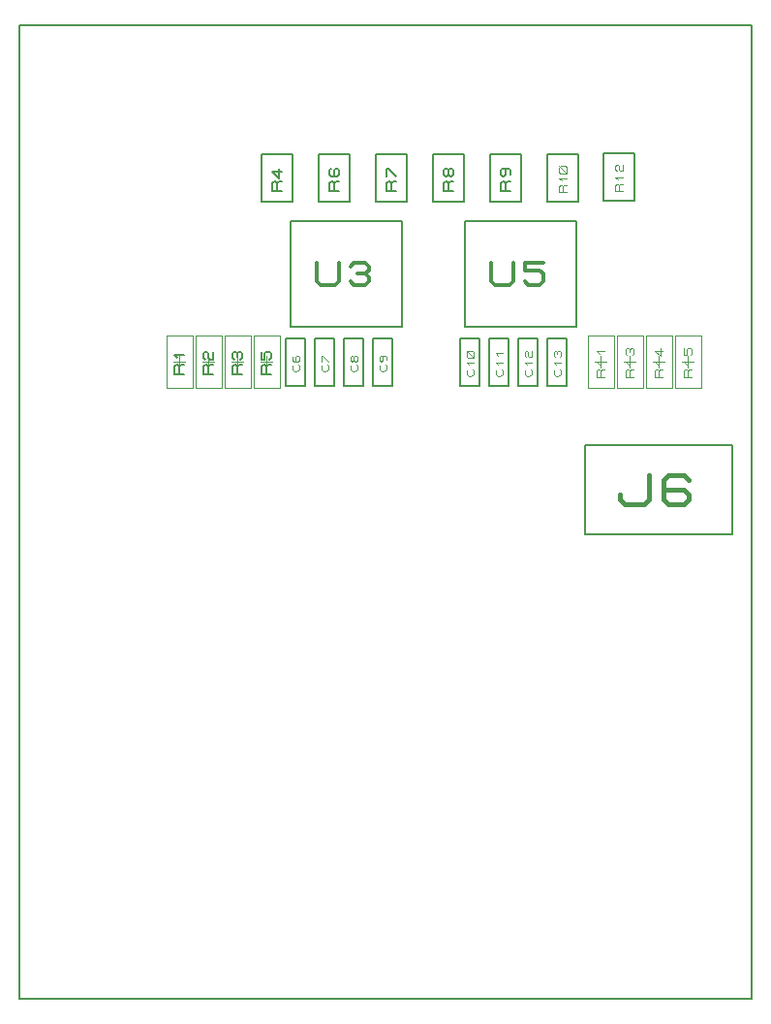
<source format=gbr>
G04 PROTEUS GERBER X2 FILE*
%TF.GenerationSoftware,Labcenter,Proteus,8.5-SP1-Build22252*%
%TF.CreationDate,2016-12-17T22:17:43+00:00*%
%TF.FileFunction,AssemblyDrawing,Top*%
%TF.FilePolarity,Positive*%
%TF.Part,Single*%
%FSLAX45Y45*%
%MOMM*%
G01*
%TA.AperFunction,Material*%
%ADD19C,0.203200*%
%ADD29C,0.325120*%
%ADD72C,0.138850*%
%ADD73C,0.104140*%
%ADD30C,0.100580*%
%ADD31C,0.050000*%
%ADD32C,0.141000*%
%ADD33C,0.116250*%
%ADD34C,0.430100*%
%TA.AperFunction,Profile*%
%ADD17C,0.203200*%
D19*
X-12870180Y+10058400D02*
X-11894820Y+10058400D01*
X-11894820Y+10985500D01*
X-12870180Y+10985500D01*
X-12870180Y+10058400D01*
D29*
X-12642596Y+10619486D02*
X-12642596Y+10456926D01*
X-12610084Y+10424414D01*
X-12480036Y+10424414D01*
X-12447524Y+10456926D01*
X-12447524Y+10619486D01*
X-12349988Y+10586974D02*
X-12317476Y+10619486D01*
X-12219940Y+10619486D01*
X-12187428Y+10586974D01*
X-12187428Y+10554462D01*
X-12219940Y+10521950D01*
X-12187428Y+10489438D01*
X-12187428Y+10456926D01*
X-12219940Y+10424414D01*
X-12317476Y+10424414D01*
X-12349988Y+10456926D01*
X-12284964Y+10521950D02*
X-12219940Y+10521950D01*
D19*
X-11346180Y+10058400D02*
X-10370820Y+10058400D01*
X-10370820Y+10985500D01*
X-11346180Y+10985500D01*
X-11346180Y+10058400D01*
D29*
X-11118596Y+10619486D02*
X-11118596Y+10456926D01*
X-11086084Y+10424414D01*
X-10956036Y+10424414D01*
X-10923524Y+10456926D01*
X-10923524Y+10619486D01*
X-10663428Y+10619486D02*
X-10825988Y+10619486D01*
X-10825988Y+10554462D01*
X-10695940Y+10554462D01*
X-10663428Y+10521950D01*
X-10663428Y+10456926D01*
X-10695940Y+10424414D01*
X-10793476Y+10424414D01*
X-10825988Y+10456926D01*
D19*
X-13127160Y+11149200D02*
X-12852840Y+11149200D01*
X-12852840Y+11565760D01*
X-13127160Y+11565760D01*
X-13127160Y+11149200D01*
D72*
X-12948344Y+11246398D02*
X-13031656Y+11246398D01*
X-13031656Y+11315824D01*
X-13017771Y+11329709D01*
X-13003885Y+11329709D01*
X-12990000Y+11315824D01*
X-12990000Y+11246398D01*
X-12990000Y+11315824D02*
X-12976115Y+11329709D01*
X-12948344Y+11329709D01*
X-12976115Y+11440791D02*
X-12976115Y+11357480D01*
X-13031656Y+11413021D01*
X-12948344Y+11413021D01*
D19*
X-12627160Y+11149200D02*
X-12352840Y+11149200D01*
X-12352840Y+11565760D01*
X-12627160Y+11565760D01*
X-12627160Y+11149200D01*
D72*
X-12448344Y+11246398D02*
X-12531656Y+11246398D01*
X-12531656Y+11315824D01*
X-12517771Y+11329709D01*
X-12503885Y+11329709D01*
X-12490000Y+11315824D01*
X-12490000Y+11246398D01*
X-12490000Y+11315824D02*
X-12476115Y+11329709D01*
X-12448344Y+11329709D01*
X-12517771Y+11440791D02*
X-12531656Y+11426906D01*
X-12531656Y+11385250D01*
X-12517771Y+11371365D01*
X-12462229Y+11371365D01*
X-12448344Y+11385250D01*
X-12448344Y+11426906D01*
X-12462229Y+11440791D01*
X-12476115Y+11440791D01*
X-12490000Y+11426906D01*
X-12490000Y+11371365D01*
D19*
X-12127160Y+11149200D02*
X-11852840Y+11149200D01*
X-11852840Y+11565760D01*
X-12127160Y+11565760D01*
X-12127160Y+11149200D01*
D72*
X-11948344Y+11246398D02*
X-12031656Y+11246398D01*
X-12031656Y+11315824D01*
X-12017771Y+11329709D01*
X-12003885Y+11329709D01*
X-11990000Y+11315824D01*
X-11990000Y+11246398D01*
X-11990000Y+11315824D02*
X-11976115Y+11329709D01*
X-11948344Y+11329709D01*
X-12031656Y+11371365D02*
X-12031656Y+11440791D01*
X-12017771Y+11440791D01*
X-11948344Y+11371365D01*
D19*
X-11627160Y+11149200D02*
X-11352840Y+11149200D01*
X-11352840Y+11565760D01*
X-11627160Y+11565760D01*
X-11627160Y+11149200D01*
D72*
X-11448344Y+11246398D02*
X-11531656Y+11246398D01*
X-11531656Y+11315824D01*
X-11517771Y+11329709D01*
X-11503885Y+11329709D01*
X-11490000Y+11315824D01*
X-11490000Y+11246398D01*
X-11490000Y+11315824D02*
X-11476115Y+11329709D01*
X-11448344Y+11329709D01*
X-11490000Y+11385250D02*
X-11503885Y+11371365D01*
X-11517771Y+11371365D01*
X-11531656Y+11385250D01*
X-11531656Y+11426906D01*
X-11517771Y+11440791D01*
X-11503885Y+11440791D01*
X-11490000Y+11426906D01*
X-11490000Y+11385250D01*
X-11476115Y+11371365D01*
X-11462229Y+11371365D01*
X-11448344Y+11385250D01*
X-11448344Y+11426906D01*
X-11462229Y+11440791D01*
X-11476115Y+11440791D01*
X-11490000Y+11426906D01*
D19*
X-11127160Y+11149200D02*
X-10852840Y+11149200D01*
X-10852840Y+11565760D01*
X-11127160Y+11565760D01*
X-11127160Y+11149200D01*
D72*
X-10948344Y+11246398D02*
X-11031656Y+11246398D01*
X-11031656Y+11315824D01*
X-11017771Y+11329709D01*
X-11003885Y+11329709D01*
X-10990000Y+11315824D01*
X-10990000Y+11246398D01*
X-10990000Y+11315824D02*
X-10976115Y+11329709D01*
X-10948344Y+11329709D01*
X-11003885Y+11440791D02*
X-10990000Y+11426906D01*
X-10990000Y+11385250D01*
X-11003885Y+11371365D01*
X-11017771Y+11371365D01*
X-11031656Y+11385250D01*
X-11031656Y+11426906D01*
X-11017771Y+11440791D01*
X-10962229Y+11440791D01*
X-10948344Y+11426906D01*
X-10948344Y+11385250D01*
D19*
X-10627160Y+11149200D02*
X-10352840Y+11149200D01*
X-10352840Y+11565760D01*
X-10627160Y+11565760D01*
X-10627160Y+11149200D01*
D73*
X-10458758Y+11232512D02*
X-10521242Y+11232512D01*
X-10521242Y+11284582D01*
X-10510828Y+11294996D01*
X-10500414Y+11294996D01*
X-10490000Y+11284582D01*
X-10490000Y+11232512D01*
X-10490000Y+11284582D02*
X-10479586Y+11294996D01*
X-10458758Y+11294996D01*
X-10500414Y+11336652D02*
X-10521242Y+11357480D01*
X-10458758Y+11357480D01*
X-10469172Y+11399136D02*
X-10510828Y+11399136D01*
X-10521242Y+11409550D01*
X-10521242Y+11451206D01*
X-10510828Y+11461620D01*
X-10469172Y+11461620D01*
X-10458758Y+11451206D01*
X-10458758Y+11409550D01*
X-10469172Y+11399136D01*
X-10458758Y+11399136D02*
X-10521242Y+11461620D01*
D19*
X-10136660Y+11158700D02*
X-9862340Y+11158700D01*
X-9862340Y+11575260D01*
X-10136660Y+11575260D01*
X-10136660Y+11158700D01*
D73*
X-9968258Y+11242012D02*
X-10030742Y+11242012D01*
X-10030742Y+11294082D01*
X-10020328Y+11304496D01*
X-10009914Y+11304496D01*
X-9999500Y+11294082D01*
X-9999500Y+11242012D01*
X-9999500Y+11294082D02*
X-9989086Y+11304496D01*
X-9968258Y+11304496D01*
X-10009914Y+11346152D02*
X-10030742Y+11366980D01*
X-9968258Y+11366980D01*
X-10020328Y+11419050D02*
X-10030742Y+11429464D01*
X-10030742Y+11460706D01*
X-10020328Y+11471120D01*
X-10009914Y+11471120D01*
X-9999500Y+11460706D01*
X-9999500Y+11429464D01*
X-9989086Y+11419050D01*
X-9968258Y+11419050D01*
X-9968258Y+11471120D01*
D19*
X-10624820Y+9540240D02*
X-10457180Y+9540240D01*
X-10457180Y+9956800D01*
X-10624820Y+9956800D01*
X-10624820Y+9540240D01*
D30*
X-10520883Y+9688170D02*
X-10510824Y+9678111D01*
X-10510824Y+9647936D01*
X-10530941Y+9627820D01*
X-10551058Y+9627820D01*
X-10571175Y+9647936D01*
X-10571175Y+9678111D01*
X-10561116Y+9688170D01*
X-10551058Y+9728403D02*
X-10571175Y+9748520D01*
X-10510824Y+9748520D01*
X-10561116Y+9798812D02*
X-10571175Y+9808870D01*
X-10571175Y+9839045D01*
X-10561116Y+9849104D01*
X-10551058Y+9849104D01*
X-10541000Y+9839045D01*
X-10530941Y+9849104D01*
X-10520883Y+9849104D01*
X-10510824Y+9839045D01*
X-10510824Y+9808870D01*
X-10520883Y+9798812D01*
X-10541000Y+9818929D02*
X-10541000Y+9839045D01*
D19*
X-10878820Y+9540240D02*
X-10711180Y+9540240D01*
X-10711180Y+9956800D01*
X-10878820Y+9956800D01*
X-10878820Y+9540240D01*
D30*
X-10774883Y+9688170D02*
X-10764824Y+9678111D01*
X-10764824Y+9647936D01*
X-10784941Y+9627820D01*
X-10805058Y+9627820D01*
X-10825175Y+9647936D01*
X-10825175Y+9678111D01*
X-10815116Y+9688170D01*
X-10805058Y+9728403D02*
X-10825175Y+9748520D01*
X-10764824Y+9748520D01*
X-10815116Y+9798812D02*
X-10825175Y+9808870D01*
X-10825175Y+9839045D01*
X-10815116Y+9849104D01*
X-10805058Y+9849104D01*
X-10795000Y+9839045D01*
X-10795000Y+9808870D01*
X-10784941Y+9798812D01*
X-10764824Y+9798812D01*
X-10764824Y+9849104D01*
D19*
X-11132820Y+9540240D02*
X-10965180Y+9540240D01*
X-10965180Y+9956800D01*
X-11132820Y+9956800D01*
X-11132820Y+9540240D01*
D30*
X-11028883Y+9688170D02*
X-11018824Y+9678111D01*
X-11018824Y+9647936D01*
X-11038941Y+9627820D01*
X-11059058Y+9627820D01*
X-11079175Y+9647936D01*
X-11079175Y+9678111D01*
X-11069116Y+9688170D01*
X-11059058Y+9728403D02*
X-11079175Y+9748520D01*
X-11018824Y+9748520D01*
X-11059058Y+9808870D02*
X-11079175Y+9828987D01*
X-11018824Y+9828987D01*
D19*
X-11386820Y+9540240D02*
X-11219180Y+9540240D01*
X-11219180Y+9956800D01*
X-11386820Y+9956800D01*
X-11386820Y+9540240D01*
D30*
X-11282883Y+9688170D02*
X-11272824Y+9678111D01*
X-11272824Y+9647936D01*
X-11292941Y+9627820D01*
X-11313058Y+9627820D01*
X-11333175Y+9647936D01*
X-11333175Y+9678111D01*
X-11323116Y+9688170D01*
X-11313058Y+9728403D02*
X-11333175Y+9748520D01*
X-11272824Y+9748520D01*
X-11282883Y+9788754D02*
X-11323116Y+9788754D01*
X-11333175Y+9798812D01*
X-11333175Y+9839045D01*
X-11323116Y+9849104D01*
X-11282883Y+9849104D01*
X-11272824Y+9839045D01*
X-11272824Y+9798812D01*
X-11282883Y+9788754D01*
X-11272824Y+9788754D02*
X-11333175Y+9849104D01*
D19*
X-12402820Y+9540240D02*
X-12235180Y+9540240D01*
X-12235180Y+9956800D01*
X-12402820Y+9956800D01*
X-12402820Y+9540240D01*
D30*
X-12298883Y+9728403D02*
X-12288824Y+9718344D01*
X-12288824Y+9688169D01*
X-12308941Y+9668053D01*
X-12329058Y+9668053D01*
X-12349175Y+9688169D01*
X-12349175Y+9718344D01*
X-12339116Y+9728403D01*
X-12319000Y+9768636D02*
X-12329058Y+9758578D01*
X-12339116Y+9758578D01*
X-12349175Y+9768636D01*
X-12349175Y+9798811D01*
X-12339116Y+9808870D01*
X-12329058Y+9808870D01*
X-12319000Y+9798811D01*
X-12319000Y+9768636D01*
X-12308941Y+9758578D01*
X-12298883Y+9758578D01*
X-12288824Y+9768636D01*
X-12288824Y+9798811D01*
X-12298883Y+9808870D01*
X-12308941Y+9808870D01*
X-12319000Y+9798811D01*
D19*
X-12656820Y+9540240D02*
X-12489180Y+9540240D01*
X-12489180Y+9956800D01*
X-12656820Y+9956800D01*
X-12656820Y+9540240D01*
D30*
X-12552883Y+9728403D02*
X-12542824Y+9718344D01*
X-12542824Y+9688169D01*
X-12562941Y+9668053D01*
X-12583058Y+9668053D01*
X-12603175Y+9688169D01*
X-12603175Y+9718344D01*
X-12593116Y+9728403D01*
X-12603175Y+9758578D02*
X-12603175Y+9808870D01*
X-12593116Y+9808870D01*
X-12542824Y+9758578D01*
D19*
X-12910820Y+9540240D02*
X-12743180Y+9540240D01*
X-12743180Y+9956800D01*
X-12910820Y+9956800D01*
X-12910820Y+9540240D01*
D30*
X-12806883Y+9728403D02*
X-12796824Y+9718344D01*
X-12796824Y+9688169D01*
X-12816941Y+9668053D01*
X-12837058Y+9668053D01*
X-12857175Y+9688169D01*
X-12857175Y+9718344D01*
X-12847116Y+9728403D01*
X-12847116Y+9808870D02*
X-12857175Y+9798811D01*
X-12857175Y+9768636D01*
X-12847116Y+9758578D01*
X-12806883Y+9758578D01*
X-12796824Y+9768636D01*
X-12796824Y+9798811D01*
X-12806883Y+9808870D01*
X-12816941Y+9808870D01*
X-12827000Y+9798811D01*
X-12827000Y+9758578D01*
D31*
X-13196000Y+9986000D02*
X-13196000Y+9526000D01*
X-12966000Y+9526000D01*
X-12966000Y+9986000D01*
X-13196000Y+9986000D01*
X-13031000Y+9756000D02*
X-13131000Y+9756000D01*
X-13081000Y+9706000D02*
X-13081000Y+9806000D01*
D32*
X-13038700Y+9643200D02*
X-13123300Y+9643200D01*
X-13123300Y+9713700D01*
X-13109200Y+9727800D01*
X-13095100Y+9727800D01*
X-13081000Y+9713700D01*
X-13081000Y+9643200D01*
X-13081000Y+9713700D02*
X-13066900Y+9727800D01*
X-13038700Y+9727800D01*
X-13123300Y+9840600D02*
X-13123300Y+9770100D01*
X-13095100Y+9770100D01*
X-13095100Y+9826500D01*
X-13081000Y+9840600D01*
X-13052800Y+9840600D01*
X-13038700Y+9826500D01*
X-13038700Y+9784200D01*
X-13052800Y+9770100D01*
D31*
X-13450000Y+9986000D02*
X-13450000Y+9526000D01*
X-13220000Y+9526000D01*
X-13220000Y+9986000D01*
X-13450000Y+9986000D01*
X-13285000Y+9756000D02*
X-13385000Y+9756000D01*
X-13335000Y+9706000D02*
X-13335000Y+9806000D01*
D32*
X-13292700Y+9643200D02*
X-13377300Y+9643200D01*
X-13377300Y+9713700D01*
X-13363200Y+9727800D01*
X-13349100Y+9727800D01*
X-13335000Y+9713700D01*
X-13335000Y+9643200D01*
X-13335000Y+9713700D02*
X-13320900Y+9727800D01*
X-13292700Y+9727800D01*
X-13363200Y+9770100D02*
X-13377300Y+9784200D01*
X-13377300Y+9826500D01*
X-13363200Y+9840600D01*
X-13349100Y+9840600D01*
X-13335000Y+9826500D01*
X-13320900Y+9840600D01*
X-13306800Y+9840600D01*
X-13292700Y+9826500D01*
X-13292700Y+9784200D01*
X-13306800Y+9770100D01*
X-13335000Y+9798300D02*
X-13335000Y+9826500D01*
D31*
X-13704000Y+9986000D02*
X-13704000Y+9526000D01*
X-13474000Y+9526000D01*
X-13474000Y+9986000D01*
X-13704000Y+9986000D01*
X-13539000Y+9756000D02*
X-13639000Y+9756000D01*
X-13589000Y+9706000D02*
X-13589000Y+9806000D01*
D32*
X-13546700Y+9643200D02*
X-13631300Y+9643200D01*
X-13631300Y+9713700D01*
X-13617200Y+9727800D01*
X-13603100Y+9727800D01*
X-13589000Y+9713700D01*
X-13589000Y+9643200D01*
X-13589000Y+9713700D02*
X-13574900Y+9727800D01*
X-13546700Y+9727800D01*
X-13617200Y+9770100D02*
X-13631300Y+9784200D01*
X-13631300Y+9826500D01*
X-13617200Y+9840600D01*
X-13603100Y+9840600D01*
X-13589000Y+9826500D01*
X-13589000Y+9784200D01*
X-13574900Y+9770100D01*
X-13546700Y+9770100D01*
X-13546700Y+9840600D01*
D31*
X-13958000Y+9986000D02*
X-13958000Y+9526000D01*
X-13728000Y+9526000D01*
X-13728000Y+9986000D01*
X-13958000Y+9986000D01*
X-13793000Y+9756000D02*
X-13893000Y+9756000D01*
X-13843000Y+9706000D02*
X-13843000Y+9806000D01*
D32*
X-13800700Y+9643200D02*
X-13885300Y+9643200D01*
X-13885300Y+9713700D01*
X-13871200Y+9727800D01*
X-13857100Y+9727800D01*
X-13843000Y+9713700D01*
X-13843000Y+9643200D01*
X-13843000Y+9713700D02*
X-13828900Y+9727800D01*
X-13800700Y+9727800D01*
X-13857100Y+9784200D02*
X-13885300Y+9812400D01*
X-13800700Y+9812400D01*
D31*
X-9513000Y+9986000D02*
X-9513000Y+9526000D01*
X-9283000Y+9526000D01*
X-9283000Y+9986000D01*
X-9513000Y+9986000D01*
X-9348000Y+9756000D02*
X-9448000Y+9756000D01*
X-9398000Y+9706000D02*
X-9398000Y+9806000D01*
D33*
X-9363125Y+9616500D02*
X-9432875Y+9616500D01*
X-9432875Y+9674625D01*
X-9421250Y+9686250D01*
X-9409625Y+9686250D01*
X-9398000Y+9674625D01*
X-9398000Y+9616500D01*
X-9398000Y+9674625D02*
X-9386375Y+9686250D01*
X-9363125Y+9686250D01*
X-9409625Y+9732750D02*
X-9432875Y+9756000D01*
X-9363125Y+9756000D01*
X-9432875Y+9872250D02*
X-9432875Y+9814125D01*
X-9409625Y+9814125D01*
X-9409625Y+9860625D01*
X-9398000Y+9872250D01*
X-9374750Y+9872250D01*
X-9363125Y+9860625D01*
X-9363125Y+9825750D01*
X-9374750Y+9814125D01*
D31*
X-9767000Y+9986000D02*
X-9767000Y+9526000D01*
X-9537000Y+9526000D01*
X-9537000Y+9986000D01*
X-9767000Y+9986000D01*
X-9602000Y+9756000D02*
X-9702000Y+9756000D01*
X-9652000Y+9706000D02*
X-9652000Y+9806000D01*
D33*
X-9617125Y+9616500D02*
X-9686875Y+9616500D01*
X-9686875Y+9674625D01*
X-9675250Y+9686250D01*
X-9663625Y+9686250D01*
X-9652000Y+9674625D01*
X-9652000Y+9616500D01*
X-9652000Y+9674625D02*
X-9640375Y+9686250D01*
X-9617125Y+9686250D01*
X-9663625Y+9732750D02*
X-9686875Y+9756000D01*
X-9617125Y+9756000D01*
X-9640375Y+9872250D02*
X-9640375Y+9802500D01*
X-9686875Y+9849000D01*
X-9617125Y+9849000D01*
D31*
X-10021000Y+9986000D02*
X-10021000Y+9526000D01*
X-9791000Y+9526000D01*
X-9791000Y+9986000D01*
X-10021000Y+9986000D01*
X-9856000Y+9756000D02*
X-9956000Y+9756000D01*
X-9906000Y+9706000D02*
X-9906000Y+9806000D01*
D33*
X-9871125Y+9616500D02*
X-9940875Y+9616500D01*
X-9940875Y+9674625D01*
X-9929250Y+9686250D01*
X-9917625Y+9686250D01*
X-9906000Y+9674625D01*
X-9906000Y+9616500D01*
X-9906000Y+9674625D02*
X-9894375Y+9686250D01*
X-9871125Y+9686250D01*
X-9917625Y+9732750D02*
X-9940875Y+9756000D01*
X-9871125Y+9756000D01*
X-9929250Y+9814125D02*
X-9940875Y+9825750D01*
X-9940875Y+9860625D01*
X-9929250Y+9872250D01*
X-9917625Y+9872250D01*
X-9906000Y+9860625D01*
X-9894375Y+9872250D01*
X-9882750Y+9872250D01*
X-9871125Y+9860625D01*
X-9871125Y+9825750D01*
X-9882750Y+9814125D01*
X-9906000Y+9837375D02*
X-9906000Y+9860625D01*
D31*
X-10275000Y+9986000D02*
X-10275000Y+9526000D01*
X-10045000Y+9526000D01*
X-10045000Y+9986000D01*
X-10275000Y+9986000D01*
X-10110000Y+9756000D02*
X-10210000Y+9756000D01*
X-10160000Y+9706000D02*
X-10160000Y+9806000D01*
D33*
X-10125125Y+9616500D02*
X-10194875Y+9616500D01*
X-10194875Y+9674625D01*
X-10183250Y+9686250D01*
X-10171625Y+9686250D01*
X-10160000Y+9674625D01*
X-10160000Y+9616500D01*
X-10160000Y+9674625D02*
X-10148375Y+9686250D01*
X-10125125Y+9686250D01*
X-10171625Y+9732750D02*
X-10194875Y+9756000D01*
X-10125125Y+9756000D01*
X-10171625Y+9825750D02*
X-10194875Y+9849000D01*
X-10125125Y+9849000D01*
D19*
X-12148820Y+9540240D02*
X-11981180Y+9540240D01*
X-11981180Y+9956800D01*
X-12148820Y+9956800D01*
X-12148820Y+9540240D01*
D30*
X-12044883Y+9728403D02*
X-12034824Y+9718344D01*
X-12034824Y+9688169D01*
X-12054941Y+9668053D01*
X-12075058Y+9668053D01*
X-12095175Y+9688169D01*
X-12095175Y+9718344D01*
X-12085116Y+9728403D01*
X-12075058Y+9808870D02*
X-12065000Y+9798811D01*
X-12065000Y+9768636D01*
X-12075058Y+9758578D01*
X-12085116Y+9758578D01*
X-12095175Y+9768636D01*
X-12095175Y+9798811D01*
X-12085116Y+9808870D01*
X-12044883Y+9808870D01*
X-12034824Y+9798811D01*
X-12034824Y+9768636D01*
D19*
X-10297160Y+8244840D02*
X-9006840Y+8244840D01*
X-9006840Y+9027160D01*
X-10297160Y+9027160D01*
X-10297160Y+8244840D01*
D34*
X-9996084Y+8592989D02*
X-9996084Y+8549978D01*
X-9953074Y+8506968D01*
X-9781032Y+8506968D01*
X-9738021Y+8549978D01*
X-9738021Y+8765031D01*
X-9393937Y+8722021D02*
X-9436948Y+8765031D01*
X-9565979Y+8765031D01*
X-9608990Y+8722021D01*
X-9608990Y+8549978D01*
X-9565979Y+8506968D01*
X-9436948Y+8506968D01*
X-9393937Y+8549978D01*
X-9393937Y+8592989D01*
X-9436948Y+8636000D01*
X-9608990Y+8636000D01*
D17*
X-15240000Y+4195000D02*
X-8840000Y+4195000D01*
X-8840000Y+12695000D01*
X-15240000Y+12695000D01*
X-15240000Y+4195000D01*
M02*

</source>
